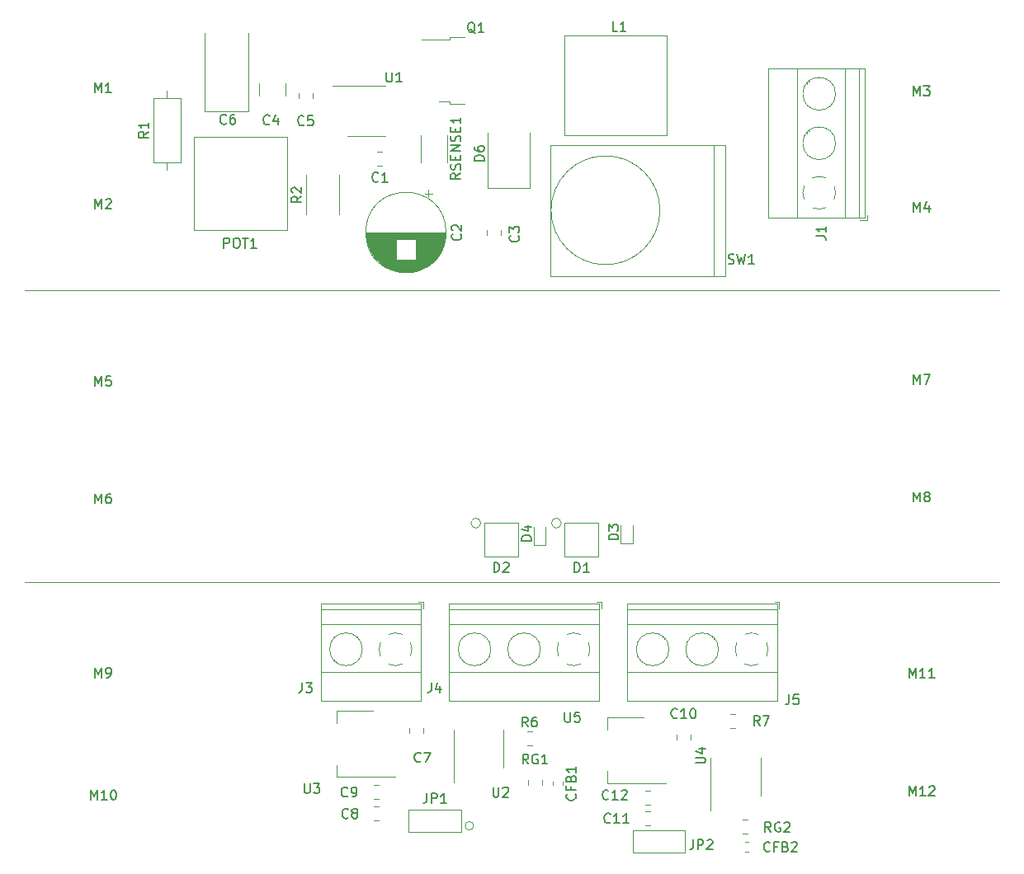
<source format=gbr>
G04 #@! TF.GenerationSoftware,KiCad,Pcbnew,(5.1.5)-3*
G04 #@! TF.CreationDate,2020-11-11T17:48:52-05:00*
G04 #@! TF.ProjectId,sensor_dmf_board,73656e73-6f72-45f6-946d-665f626f6172,rev?*
G04 #@! TF.SameCoordinates,Original*
G04 #@! TF.FileFunction,Legend,Top*
G04 #@! TF.FilePolarity,Positive*
%FSLAX46Y46*%
G04 Gerber Fmt 4.6, Leading zero omitted, Abs format (unit mm)*
G04 Created by KiCad (PCBNEW (5.1.5)-3) date 2020-11-11 17:48:52*
%MOMM*%
%LPD*%
G04 APERTURE LIST*
%ADD10C,0.120000*%
%ADD11C,0.150000*%
G04 APERTURE END LIST*
D10*
X100000000Y-90000000D02*
X200000000Y-90000000D01*
X100000000Y-120000000D02*
X200000000Y-120000000D01*
X162346660Y-145458800D02*
X167746660Y-145458800D01*
X162346660Y-147758800D02*
X162346660Y-145458800D01*
X167746660Y-147758800D02*
X162346660Y-147758800D01*
X167746660Y-145458800D02*
X167746660Y-147758800D01*
X146026724Y-145003520D02*
G75*
G03X146026724Y-145003520I-433924J0D01*
G01*
X139385060Y-143327740D02*
X144785060Y-143327740D01*
X139385060Y-145627740D02*
X139385060Y-143327740D01*
X144785060Y-145627740D02*
X139385060Y-145627740D01*
X144785060Y-143327740D02*
X144785060Y-145627740D01*
X174248879Y-146667760D02*
X173923321Y-146667760D01*
X174248879Y-147687760D02*
X173923321Y-147687760D01*
X154155680Y-140504861D02*
X154155680Y-140830419D01*
X155175680Y-140504861D02*
X155175680Y-140830419D01*
X143571820Y-70628700D02*
X142471820Y-70628700D01*
X143571820Y-70898700D02*
X143571820Y-70628700D01*
X145071820Y-70898700D02*
X143571820Y-70898700D01*
X143571820Y-64268700D02*
X140741820Y-64268700D01*
X143571820Y-63998700D02*
X143571820Y-64268700D01*
X145071820Y-63998700D02*
X143571820Y-63998700D01*
X144000540Y-137099040D02*
X144000540Y-140549040D01*
X144000540Y-137099040D02*
X144000540Y-135149040D01*
X149120540Y-137099040D02*
X149120540Y-139049040D01*
X149120540Y-137099040D02*
X149120540Y-135149040D01*
X147506800Y-79517480D02*
X147506800Y-73817480D01*
X151806800Y-79517480D02*
X151806800Y-73817480D01*
X147506800Y-79517480D02*
X151806800Y-79517480D01*
X147120000Y-117320000D02*
X147120000Y-113870000D01*
X147120000Y-117320000D02*
X150570000Y-117320000D01*
X150570000Y-113870000D02*
X150570000Y-117320000D01*
X150570000Y-113870000D02*
X147120000Y-113870000D01*
X146763980Y-113923680D02*
G75*
G03X146763980Y-113923680I-500000J0D01*
G01*
X155380000Y-117320000D02*
X155380000Y-113870000D01*
X155380000Y-117320000D02*
X158830000Y-117320000D01*
X158830000Y-113870000D02*
X158830000Y-117320000D01*
X158830000Y-113870000D02*
X155380000Y-113870000D01*
X155023980Y-113923680D02*
G75*
G03X155023980Y-113923680I-500000J0D01*
G01*
X165815560Y-74123700D02*
X165815560Y-63823700D01*
X155315560Y-74123700D02*
X165815560Y-74123700D01*
X155315560Y-63823700D02*
X155315560Y-74123700D01*
X165815560Y-63823700D02*
X155315560Y-63823700D01*
X174144678Y-144410360D02*
X173627522Y-144410360D01*
X174144678Y-145830360D02*
X173627522Y-145830360D01*
X151613800Y-140325342D02*
X151613800Y-140842498D01*
X153033800Y-140325342D02*
X153033800Y-140842498D01*
X172871898Y-133521380D02*
X172354742Y-133521380D01*
X172871898Y-134941380D02*
X172354742Y-134941380D01*
X151501582Y-136747320D02*
X152018738Y-136747320D01*
X151501582Y-135327320D02*
X152018738Y-135327320D01*
X163644842Y-142838240D02*
X164161998Y-142838240D01*
X163644842Y-141418240D02*
X164161998Y-141418240D01*
X135771122Y-142254040D02*
X136288278Y-142254040D01*
X135771122Y-140834040D02*
X136288278Y-140834040D01*
X163670242Y-144921040D02*
X164187398Y-144921040D01*
X163670242Y-143501040D02*
X164187398Y-143501040D01*
X168294120Y-136161278D02*
X168294120Y-135644122D01*
X166874120Y-136161278D02*
X166874120Y-135644122D01*
X135783822Y-144430820D02*
X136300978Y-144430820D01*
X135783822Y-143010820D02*
X136300978Y-143010820D01*
X140831640Y-135455158D02*
X140831640Y-134938002D01*
X139411640Y-135455158D02*
X139411640Y-134938002D01*
X122963340Y-71652580D02*
X122963340Y-63592580D01*
X118443340Y-71652580D02*
X122963340Y-71652580D01*
X118443340Y-63592580D02*
X118443340Y-71652580D01*
X128070540Y-69761362D02*
X128070540Y-70278518D01*
X129490540Y-69761362D02*
X129490540Y-70278518D01*
X126726780Y-70002024D02*
X126726780Y-68797896D01*
X124006780Y-70002024D02*
X124006780Y-68797896D01*
X148812320Y-84373218D02*
X148812320Y-83856062D01*
X147392320Y-84373218D02*
X147392320Y-83856062D01*
X136156962Y-77224960D02*
X136674118Y-77224960D01*
X136156962Y-75804960D02*
X136674118Y-75804960D01*
X140858520Y-121980620D02*
X140358520Y-121980620D01*
X140858520Y-122720620D02*
X140858520Y-121980620D01*
X134165520Y-125857620D02*
X134212520Y-125811620D01*
X131868520Y-128155620D02*
X131903520Y-128119620D01*
X133972520Y-125641620D02*
X134007520Y-125606620D01*
X131663520Y-127949620D02*
X131710520Y-127903620D01*
X130338520Y-132141620D02*
X130338520Y-122220620D01*
X140618520Y-132141620D02*
X140618520Y-122220620D01*
X140618520Y-122220620D02*
X130338520Y-122220620D01*
X140618520Y-132141620D02*
X130338520Y-132141620D01*
X140618520Y-129181620D02*
X130338520Y-129181620D01*
X140618520Y-124280620D02*
X130338520Y-124280620D01*
X140618520Y-122780620D02*
X130338520Y-122780620D01*
X134618520Y-126880620D02*
G75*
G03X134618520Y-126880620I-1680000J0D01*
G01*
X137989715Y-125200367D02*
G75*
G02X138702520Y-125345620I28805J-1680253D01*
G01*
X139553946Y-126197578D02*
G75*
G02X139553520Y-127564620I-1535426J-683042D01*
G01*
X138701562Y-128416046D02*
G75*
G02X137334520Y-128415620I-683042J1535426D01*
G01*
X136483094Y-127563662D02*
G75*
G02X136483520Y-126196620I1535426J683042D01*
G01*
X137335202Y-125345864D02*
G75*
G02X138018520Y-125200620I683318J-1534756D01*
G01*
X135031480Y-69022280D02*
X131581480Y-69022280D01*
X135031480Y-69022280D02*
X136981480Y-69022280D01*
X135031480Y-74142280D02*
X133081480Y-74142280D01*
X135031480Y-74142280D02*
X136981480Y-74142280D01*
X153414020Y-114285800D02*
X153414020Y-116135800D01*
X152214020Y-114285800D02*
X152214020Y-116135800D01*
X152214020Y-116135800D02*
X153414020Y-116135800D01*
X162337040Y-114165380D02*
X162337040Y-116015380D01*
X161137040Y-114165380D02*
X161137040Y-116015380D01*
X161137040Y-116015380D02*
X162337040Y-116015380D01*
X186393160Y-82840000D02*
X186393160Y-82340000D01*
X185653160Y-82840000D02*
X186393160Y-82840000D01*
X182516160Y-71067000D02*
X182562160Y-71114000D01*
X180218160Y-68770000D02*
X180254160Y-68805000D01*
X182732160Y-70874000D02*
X182767160Y-70909000D01*
X180424160Y-68565000D02*
X180470160Y-68612000D01*
X182516160Y-76147000D02*
X182562160Y-76194000D01*
X180218160Y-73850000D02*
X180254160Y-73885000D01*
X182732160Y-75954000D02*
X182767160Y-75989000D01*
X180424160Y-73645000D02*
X180470160Y-73692000D01*
X176232160Y-67240000D02*
X186153160Y-67240000D01*
X176232160Y-82600000D02*
X186153160Y-82600000D01*
X186153160Y-82600000D02*
X186153160Y-67240000D01*
X176232160Y-82600000D02*
X176232160Y-67240000D01*
X179192160Y-82600000D02*
X179192160Y-67240000D01*
X184093160Y-82600000D02*
X184093160Y-67240000D01*
X185593160Y-82600000D02*
X185593160Y-67240000D01*
X183173160Y-69840000D02*
G75*
G03X183173160Y-69840000I-1680000J0D01*
G01*
X183173160Y-74920000D02*
G75*
G03X183173160Y-74920000I-1680000J0D01*
G01*
X183173413Y-79971195D02*
G75*
G02X183028160Y-80684000I-1680253J-28805D01*
G01*
X182176202Y-81535426D02*
G75*
G02X180809160Y-81535000I-683042J1535426D01*
G01*
X179957734Y-80683042D02*
G75*
G02X179958160Y-79316000I1535426J683042D01*
G01*
X180810118Y-78464574D02*
G75*
G02X182177160Y-78465000I683042J-1535426D01*
G01*
X183027916Y-79316682D02*
G75*
G02X183173160Y-80000000I-1534756J-683318D01*
G01*
X171861080Y-75069700D02*
X171861080Y-88531700D01*
X153929080Y-75069700D02*
X171861080Y-75069700D01*
X153929080Y-75069700D02*
X153929080Y-88531700D01*
X153929080Y-88531700D02*
X171861080Y-88531700D01*
X170693080Y-75069700D02*
X170693080Y-88531700D01*
X165155880Y-81800700D02*
G75*
G03X165155880Y-81800700I-5588000J0D01*
G01*
X177401500Y-121980620D02*
X176901500Y-121980620D01*
X177401500Y-122720620D02*
X177401500Y-121980620D01*
X165628500Y-125857620D02*
X165675500Y-125811620D01*
X163331500Y-128155620D02*
X163366500Y-128119620D01*
X165435500Y-125641620D02*
X165470500Y-125606620D01*
X163126500Y-127949620D02*
X163173500Y-127903620D01*
X170708500Y-125857620D02*
X170755500Y-125811620D01*
X168411500Y-128155620D02*
X168446500Y-128119620D01*
X170515500Y-125641620D02*
X170550500Y-125606620D01*
X168206500Y-127949620D02*
X168253500Y-127903620D01*
X161801500Y-132141620D02*
X161801500Y-122220620D01*
X177161500Y-132141620D02*
X177161500Y-122220620D01*
X177161500Y-122220620D02*
X161801500Y-122220620D01*
X177161500Y-132141620D02*
X161801500Y-132141620D01*
X177161500Y-129181620D02*
X161801500Y-129181620D01*
X177161500Y-124280620D02*
X161801500Y-124280620D01*
X177161500Y-122780620D02*
X161801500Y-122780620D01*
X166081500Y-126880620D02*
G75*
G03X166081500Y-126880620I-1680000J0D01*
G01*
X171161500Y-126880620D02*
G75*
G03X171161500Y-126880620I-1680000J0D01*
G01*
X174532695Y-125200367D02*
G75*
G02X175245500Y-125345620I28805J-1680253D01*
G01*
X176096926Y-126197578D02*
G75*
G02X176096500Y-127564620I-1535426J-683042D01*
G01*
X175244542Y-128416046D02*
G75*
G02X173877500Y-128415620I-683042J1535426D01*
G01*
X173026074Y-127563662D02*
G75*
G02X173026500Y-126196620I1535426J683042D01*
G01*
X173878182Y-125345864D02*
G75*
G02X174561500Y-125200620I683318J-1534756D01*
G01*
X159130010Y-121980620D02*
X158630010Y-121980620D01*
X159130010Y-122720620D02*
X159130010Y-121980620D01*
X147357010Y-125857620D02*
X147404010Y-125811620D01*
X145060010Y-128155620D02*
X145095010Y-128119620D01*
X147164010Y-125641620D02*
X147199010Y-125606620D01*
X144855010Y-127949620D02*
X144902010Y-127903620D01*
X152437010Y-125857620D02*
X152484010Y-125811620D01*
X150140010Y-128155620D02*
X150175010Y-128119620D01*
X152244010Y-125641620D02*
X152279010Y-125606620D01*
X149935010Y-127949620D02*
X149982010Y-127903620D01*
X143530010Y-132141620D02*
X143530010Y-122220620D01*
X158890010Y-132141620D02*
X158890010Y-122220620D01*
X158890010Y-122220620D02*
X143530010Y-122220620D01*
X158890010Y-132141620D02*
X143530010Y-132141620D01*
X158890010Y-129181620D02*
X143530010Y-129181620D01*
X158890010Y-124280620D02*
X143530010Y-124280620D01*
X158890010Y-122780620D02*
X143530010Y-122780620D01*
X147810010Y-126880620D02*
G75*
G03X147810010Y-126880620I-1680000J0D01*
G01*
X152890010Y-126880620D02*
G75*
G03X152890010Y-126880620I-1680000J0D01*
G01*
X156261205Y-125200367D02*
G75*
G02X156974010Y-125345620I28805J-1680253D01*
G01*
X157825436Y-126197578D02*
G75*
G02X157825010Y-127564620I-1535426J-683042D01*
G01*
X156973052Y-128416046D02*
G75*
G02X155606010Y-128415620I-683042J1535426D01*
G01*
X154754584Y-127563662D02*
G75*
G02X154755010Y-126196620I1535426J683042D01*
G01*
X155606692Y-125345864D02*
G75*
G02X156290010Y-125200620I683318J-1534756D01*
G01*
X165740520Y-140669060D02*
X159730520Y-140669060D01*
X163490520Y-133849060D02*
X159730520Y-133849060D01*
X159730520Y-140669060D02*
X159730520Y-139409060D01*
X159730520Y-133849060D02*
X159730520Y-135109060D01*
X170347960Y-139994640D02*
X170347960Y-143444640D01*
X170347960Y-139994640D02*
X170347960Y-138044640D01*
X175467960Y-139994640D02*
X175467960Y-141944640D01*
X175467960Y-139994640D02*
X175467960Y-138044640D01*
X137967760Y-140007420D02*
X131957760Y-140007420D01*
X135717760Y-133187420D02*
X131957760Y-133187420D01*
X131957760Y-140007420D02*
X131957760Y-138747420D01*
X131957760Y-133187420D02*
X131957760Y-134447420D01*
X140598060Y-74054156D02*
X140598060Y-76858284D01*
X143318060Y-74054156D02*
X143318060Y-76858284D01*
X132238060Y-82262044D02*
X132238060Y-78157916D01*
X128818060Y-82262044D02*
X128818060Y-78157916D01*
X114571780Y-69538720D02*
X114571780Y-70308720D01*
X114571780Y-77618720D02*
X114571780Y-76848720D01*
X113201780Y-70308720D02*
X113201780Y-76848720D01*
X115941780Y-70308720D02*
X113201780Y-70308720D01*
X115941780Y-76848720D02*
X115941780Y-70308720D01*
X113201780Y-76848720D02*
X115941780Y-76848720D01*
X126893040Y-74274960D02*
X117333040Y-74274960D01*
X126893040Y-83834960D02*
X126893040Y-74274960D01*
X117333040Y-83834960D02*
X126893040Y-83834960D01*
X117333040Y-74274960D02*
X117333040Y-83834960D01*
X141802860Y-80069322D02*
X141002860Y-80069322D01*
X141402860Y-79669322D02*
X141402860Y-80469322D01*
X139620860Y-88160020D02*
X138554860Y-88160020D01*
X139855860Y-88120020D02*
X138319860Y-88120020D01*
X140035860Y-88080020D02*
X138139860Y-88080020D01*
X140185860Y-88040020D02*
X137989860Y-88040020D01*
X140316860Y-88000020D02*
X137858860Y-88000020D01*
X140433860Y-87960020D02*
X137741860Y-87960020D01*
X140540860Y-87920020D02*
X137634860Y-87920020D01*
X140639860Y-87880020D02*
X137535860Y-87880020D01*
X140732860Y-87840020D02*
X137442860Y-87840020D01*
X140818860Y-87800020D02*
X137356860Y-87800020D01*
X140900860Y-87760020D02*
X137274860Y-87760020D01*
X140977860Y-87720020D02*
X137197860Y-87720020D01*
X141051860Y-87680020D02*
X137123860Y-87680020D01*
X141121860Y-87640020D02*
X137053860Y-87640020D01*
X141189860Y-87600020D02*
X136985860Y-87600020D01*
X141253860Y-87560020D02*
X136921860Y-87560020D01*
X141315860Y-87520020D02*
X136859860Y-87520020D01*
X141374860Y-87480020D02*
X136800860Y-87480020D01*
X141432860Y-87440020D02*
X136742860Y-87440020D01*
X141487860Y-87400020D02*
X136687860Y-87400020D01*
X141541860Y-87360020D02*
X136633860Y-87360020D01*
X141592860Y-87320020D02*
X136582860Y-87320020D01*
X141643860Y-87280020D02*
X136531860Y-87280020D01*
X141691860Y-87240020D02*
X136483860Y-87240020D01*
X141738860Y-87200020D02*
X136436860Y-87200020D01*
X141784860Y-87160020D02*
X136390860Y-87160020D01*
X141828860Y-87120020D02*
X136346860Y-87120020D01*
X141871860Y-87080020D02*
X136303860Y-87080020D01*
X141913860Y-87040020D02*
X136261860Y-87040020D01*
X141954860Y-87000020D02*
X136220860Y-87000020D01*
X141994860Y-86960020D02*
X136180860Y-86960020D01*
X142032860Y-86920020D02*
X136142860Y-86920020D01*
X142070860Y-86880020D02*
X136104860Y-86880020D01*
X138047860Y-86840020D02*
X136068860Y-86840020D01*
X142106860Y-86840020D02*
X140127860Y-86840020D01*
X138047860Y-86800020D02*
X136032860Y-86800020D01*
X142142860Y-86800020D02*
X140127860Y-86800020D01*
X138047860Y-86760020D02*
X135997860Y-86760020D01*
X142177860Y-86760020D02*
X140127860Y-86760020D01*
X138047860Y-86720020D02*
X135963860Y-86720020D01*
X142211860Y-86720020D02*
X140127860Y-86720020D01*
X138047860Y-86680020D02*
X135931860Y-86680020D01*
X142243860Y-86680020D02*
X140127860Y-86680020D01*
X138047860Y-86640020D02*
X135898860Y-86640020D01*
X142276860Y-86640020D02*
X140127860Y-86640020D01*
X138047860Y-86600020D02*
X135867860Y-86600020D01*
X142307860Y-86600020D02*
X140127860Y-86600020D01*
X138047860Y-86560020D02*
X135837860Y-86560020D01*
X142337860Y-86560020D02*
X140127860Y-86560020D01*
X138047860Y-86520020D02*
X135807860Y-86520020D01*
X142367860Y-86520020D02*
X140127860Y-86520020D01*
X138047860Y-86480020D02*
X135778860Y-86480020D01*
X142396860Y-86480020D02*
X140127860Y-86480020D01*
X138047860Y-86440020D02*
X135749860Y-86440020D01*
X142425860Y-86440020D02*
X140127860Y-86440020D01*
X138047860Y-86400020D02*
X135722860Y-86400020D01*
X142452860Y-86400020D02*
X140127860Y-86400020D01*
X138047860Y-86360020D02*
X135695860Y-86360020D01*
X142479860Y-86360020D02*
X140127860Y-86360020D01*
X138047860Y-86320020D02*
X135669860Y-86320020D01*
X142505860Y-86320020D02*
X140127860Y-86320020D01*
X138047860Y-86280020D02*
X135643860Y-86280020D01*
X142531860Y-86280020D02*
X140127860Y-86280020D01*
X138047860Y-86240020D02*
X135618860Y-86240020D01*
X142556860Y-86240020D02*
X140127860Y-86240020D01*
X138047860Y-86200020D02*
X135594860Y-86200020D01*
X142580860Y-86200020D02*
X140127860Y-86200020D01*
X138047860Y-86160020D02*
X135570860Y-86160020D01*
X142604860Y-86160020D02*
X140127860Y-86160020D01*
X138047860Y-86120020D02*
X135547860Y-86120020D01*
X142627860Y-86120020D02*
X140127860Y-86120020D01*
X138047860Y-86080020D02*
X135525860Y-86080020D01*
X142649860Y-86080020D02*
X140127860Y-86080020D01*
X138047860Y-86040020D02*
X135503860Y-86040020D01*
X142671860Y-86040020D02*
X140127860Y-86040020D01*
X138047860Y-86000020D02*
X135481860Y-86000020D01*
X142693860Y-86000020D02*
X140127860Y-86000020D01*
X138047860Y-85960020D02*
X135460860Y-85960020D01*
X142714860Y-85960020D02*
X140127860Y-85960020D01*
X138047860Y-85920020D02*
X135440860Y-85920020D01*
X142734860Y-85920020D02*
X140127860Y-85920020D01*
X138047860Y-85880020D02*
X135421860Y-85880020D01*
X142753860Y-85880020D02*
X140127860Y-85880020D01*
X138047860Y-85840020D02*
X135401860Y-85840020D01*
X142773860Y-85840020D02*
X140127860Y-85840020D01*
X138047860Y-85800020D02*
X135383860Y-85800020D01*
X142791860Y-85800020D02*
X140127860Y-85800020D01*
X138047860Y-85760020D02*
X135365860Y-85760020D01*
X142809860Y-85760020D02*
X140127860Y-85760020D01*
X138047860Y-85720020D02*
X135347860Y-85720020D01*
X142827860Y-85720020D02*
X140127860Y-85720020D01*
X138047860Y-85680020D02*
X135330860Y-85680020D01*
X142844860Y-85680020D02*
X140127860Y-85680020D01*
X138047860Y-85640020D02*
X135313860Y-85640020D01*
X142861860Y-85640020D02*
X140127860Y-85640020D01*
X138047860Y-85600020D02*
X135297860Y-85600020D01*
X142877860Y-85600020D02*
X140127860Y-85600020D01*
X138047860Y-85560020D02*
X135282860Y-85560020D01*
X142892860Y-85560020D02*
X140127860Y-85560020D01*
X138047860Y-85520020D02*
X135266860Y-85520020D01*
X142908860Y-85520020D02*
X140127860Y-85520020D01*
X138047860Y-85480020D02*
X135252860Y-85480020D01*
X142922860Y-85480020D02*
X140127860Y-85480020D01*
X138047860Y-85440020D02*
X135237860Y-85440020D01*
X142937860Y-85440020D02*
X140127860Y-85440020D01*
X138047860Y-85400020D02*
X135224860Y-85400020D01*
X142950860Y-85400020D02*
X140127860Y-85400020D01*
X138047860Y-85360020D02*
X135210860Y-85360020D01*
X142964860Y-85360020D02*
X140127860Y-85360020D01*
X138047860Y-85320020D02*
X135198860Y-85320020D01*
X142976860Y-85320020D02*
X140127860Y-85320020D01*
X138047860Y-85280020D02*
X135185860Y-85280020D01*
X142989860Y-85280020D02*
X140127860Y-85280020D01*
X138047860Y-85240020D02*
X135173860Y-85240020D01*
X143001860Y-85240020D02*
X140127860Y-85240020D01*
X138047860Y-85200020D02*
X135162860Y-85200020D01*
X143012860Y-85200020D02*
X140127860Y-85200020D01*
X138047860Y-85160020D02*
X135151860Y-85160020D01*
X143023860Y-85160020D02*
X140127860Y-85160020D01*
X138047860Y-85120020D02*
X135140860Y-85120020D01*
X143034860Y-85120020D02*
X140127860Y-85120020D01*
X138047860Y-85080020D02*
X135130860Y-85080020D01*
X143044860Y-85080020D02*
X140127860Y-85080020D01*
X138047860Y-85040020D02*
X135120860Y-85040020D01*
X143054860Y-85040020D02*
X140127860Y-85040020D01*
X138047860Y-85000020D02*
X135111860Y-85000020D01*
X143063860Y-85000020D02*
X140127860Y-85000020D01*
X138047860Y-84960020D02*
X135102860Y-84960020D01*
X143072860Y-84960020D02*
X140127860Y-84960020D01*
X138047860Y-84920020D02*
X135093860Y-84920020D01*
X143081860Y-84920020D02*
X140127860Y-84920020D01*
X138047860Y-84880020D02*
X135085860Y-84880020D01*
X143089860Y-84880020D02*
X140127860Y-84880020D01*
X138047860Y-84840020D02*
X135077860Y-84840020D01*
X143097860Y-84840020D02*
X140127860Y-84840020D01*
X138047860Y-84800020D02*
X135070860Y-84800020D01*
X143104860Y-84800020D02*
X140127860Y-84800020D01*
X143111860Y-84759020D02*
X135063860Y-84759020D01*
X143117860Y-84719020D02*
X135057860Y-84719020D01*
X143124860Y-84679020D02*
X135050860Y-84679020D01*
X143129860Y-84639020D02*
X135045860Y-84639020D01*
X143135860Y-84599020D02*
X135039860Y-84599020D01*
X143139860Y-84559020D02*
X135035860Y-84559020D01*
X143144860Y-84519020D02*
X135030860Y-84519020D01*
X143148860Y-84479020D02*
X135026860Y-84479020D01*
X143152860Y-84439020D02*
X135022860Y-84439020D01*
X143155860Y-84399020D02*
X135019860Y-84399020D01*
X143158860Y-84359020D02*
X135016860Y-84359020D01*
X143161860Y-84319020D02*
X135013860Y-84319020D01*
X143163860Y-84279020D02*
X135011860Y-84279020D01*
X143164860Y-84239020D02*
X135010860Y-84239020D01*
X143166860Y-84199020D02*
X135008860Y-84199020D01*
X143167860Y-84159020D02*
X135007860Y-84159020D01*
X143167860Y-84119020D02*
X135007860Y-84119020D01*
X143167860Y-84079020D02*
X135007860Y-84079020D01*
X143207860Y-84079020D02*
G75*
G03X143207860Y-84079020I-4120000J0D01*
G01*
D11*
X168564346Y-146432020D02*
X168564346Y-147146306D01*
X168516727Y-147289163D01*
X168421489Y-147384401D01*
X168278632Y-147432020D01*
X168183394Y-147432020D01*
X169040537Y-147432020D02*
X169040537Y-146432020D01*
X169421489Y-146432020D01*
X169516727Y-146479640D01*
X169564346Y-146527259D01*
X169611965Y-146622497D01*
X169611965Y-146765354D01*
X169564346Y-146860592D01*
X169516727Y-146908211D01*
X169421489Y-146955830D01*
X169040537Y-146955830D01*
X169992918Y-146527259D02*
X170040537Y-146479640D01*
X170135775Y-146432020D01*
X170373870Y-146432020D01*
X170469108Y-146479640D01*
X170516727Y-146527259D01*
X170564346Y-146622497D01*
X170564346Y-146717735D01*
X170516727Y-146860592D01*
X169945299Y-147432020D01*
X170564346Y-147432020D01*
X141233946Y-141672060D02*
X141233946Y-142386346D01*
X141186327Y-142529203D01*
X141091089Y-142624441D01*
X140948232Y-142672060D01*
X140852994Y-142672060D01*
X141710137Y-142672060D02*
X141710137Y-141672060D01*
X142091089Y-141672060D01*
X142186327Y-141719680D01*
X142233946Y-141767299D01*
X142281565Y-141862537D01*
X142281565Y-142005394D01*
X142233946Y-142100632D01*
X142186327Y-142148251D01*
X142091089Y-142195870D01*
X141710137Y-142195870D01*
X143233946Y-142672060D02*
X142662518Y-142672060D01*
X142948232Y-142672060D02*
X142948232Y-141672060D01*
X142852994Y-141814918D01*
X142757756Y-141910156D01*
X142662518Y-141957775D01*
X176417221Y-147560302D02*
X176369602Y-147607921D01*
X176226745Y-147655540D01*
X176131507Y-147655540D01*
X175988650Y-147607921D01*
X175893412Y-147512683D01*
X175845793Y-147417445D01*
X175798174Y-147226969D01*
X175798174Y-147084112D01*
X175845793Y-146893636D01*
X175893412Y-146798398D01*
X175988650Y-146703160D01*
X176131507Y-146655540D01*
X176226745Y-146655540D01*
X176369602Y-146703160D01*
X176417221Y-146750779D01*
X177179126Y-147131731D02*
X176845793Y-147131731D01*
X176845793Y-147655540D02*
X176845793Y-146655540D01*
X177321983Y-146655540D01*
X178036269Y-147131731D02*
X178179126Y-147179350D01*
X178226745Y-147226969D01*
X178274364Y-147322207D01*
X178274364Y-147465064D01*
X178226745Y-147560302D01*
X178179126Y-147607921D01*
X178083888Y-147655540D01*
X177702936Y-147655540D01*
X177702936Y-146655540D01*
X178036269Y-146655540D01*
X178131507Y-146703160D01*
X178179126Y-146750779D01*
X178226745Y-146846017D01*
X178226745Y-146941255D01*
X178179126Y-147036493D01*
X178131507Y-147084112D01*
X178036269Y-147131731D01*
X177702936Y-147131731D01*
X178655317Y-146750779D02*
X178702936Y-146703160D01*
X178798174Y-146655540D01*
X179036269Y-146655540D01*
X179131507Y-146703160D01*
X179179126Y-146750779D01*
X179226745Y-146846017D01*
X179226745Y-146941255D01*
X179179126Y-147084112D01*
X178607698Y-147655540D01*
X179226745Y-147655540D01*
X156452822Y-141762878D02*
X156500441Y-141810497D01*
X156548060Y-141953354D01*
X156548060Y-142048592D01*
X156500441Y-142191449D01*
X156405203Y-142286687D01*
X156309965Y-142334306D01*
X156119489Y-142381925D01*
X155976632Y-142381925D01*
X155786156Y-142334306D01*
X155690918Y-142286687D01*
X155595680Y-142191449D01*
X155548060Y-142048592D01*
X155548060Y-141953354D01*
X155595680Y-141810497D01*
X155643299Y-141762878D01*
X156024251Y-141000973D02*
X156024251Y-141334306D01*
X156548060Y-141334306D02*
X155548060Y-141334306D01*
X155548060Y-140858116D01*
X156024251Y-140143830D02*
X156071870Y-140000973D01*
X156119489Y-139953354D01*
X156214727Y-139905735D01*
X156357584Y-139905735D01*
X156452822Y-139953354D01*
X156500441Y-140000973D01*
X156548060Y-140096211D01*
X156548060Y-140477163D01*
X155548060Y-140477163D01*
X155548060Y-140143830D01*
X155595680Y-140048592D01*
X155643299Y-140000973D01*
X155738537Y-139953354D01*
X155833775Y-139953354D01*
X155929013Y-140000973D01*
X155976632Y-140048592D01*
X156024251Y-140143830D01*
X156024251Y-140477163D01*
X156548060Y-138953354D02*
X156548060Y-139524782D01*
X156548060Y-139239068D02*
X155548060Y-139239068D01*
X155690918Y-139334306D01*
X155786156Y-139429544D01*
X155833775Y-139524782D01*
X146173461Y-63621439D02*
X146078223Y-63573820D01*
X145982985Y-63478581D01*
X145840128Y-63335724D01*
X145744890Y-63288105D01*
X145649652Y-63288105D01*
X145697271Y-63526200D02*
X145602033Y-63478581D01*
X145506795Y-63383343D01*
X145459176Y-63192867D01*
X145459176Y-62859534D01*
X145506795Y-62669058D01*
X145602033Y-62573820D01*
X145697271Y-62526200D01*
X145887747Y-62526200D01*
X145982985Y-62573820D01*
X146078223Y-62669058D01*
X146125842Y-62859534D01*
X146125842Y-63192867D01*
X146078223Y-63383343D01*
X145982985Y-63478581D01*
X145887747Y-63526200D01*
X145697271Y-63526200D01*
X147078223Y-63526200D02*
X146506795Y-63526200D01*
X146792509Y-63526200D02*
X146792509Y-62526200D01*
X146697271Y-62669058D01*
X146602033Y-62764296D01*
X146506795Y-62811915D01*
X148036375Y-141044680D02*
X148036375Y-141854204D01*
X148083994Y-141949442D01*
X148131613Y-141997061D01*
X148226851Y-142044680D01*
X148417327Y-142044680D01*
X148512565Y-141997061D01*
X148560184Y-141949442D01*
X148607803Y-141854204D01*
X148607803Y-141044680D01*
X149036375Y-141139919D02*
X149083994Y-141092300D01*
X149179232Y-141044680D01*
X149417327Y-141044680D01*
X149512565Y-141092300D01*
X149560184Y-141139919D01*
X149607803Y-141235157D01*
X149607803Y-141330395D01*
X149560184Y-141473252D01*
X148988756Y-142044680D01*
X149607803Y-142044680D01*
X106745565Y-142324080D02*
X106745565Y-141324080D01*
X107078899Y-142038366D01*
X107412232Y-141324080D01*
X107412232Y-142324080D01*
X108412232Y-142324080D02*
X107840803Y-142324080D01*
X108126518Y-142324080D02*
X108126518Y-141324080D01*
X108031280Y-141466938D01*
X107936041Y-141562176D01*
X107840803Y-141609795D01*
X109031280Y-141324080D02*
X109126518Y-141324080D01*
X109221756Y-141371700D01*
X109269375Y-141419319D01*
X109316994Y-141514557D01*
X109364613Y-141705033D01*
X109364613Y-141943128D01*
X109316994Y-142133604D01*
X109269375Y-142228842D01*
X109221756Y-142276461D01*
X109126518Y-142324080D01*
X109031280Y-142324080D01*
X108936041Y-142276461D01*
X108888422Y-142228842D01*
X108840803Y-142133604D01*
X108793184Y-141943128D01*
X108793184Y-141705033D01*
X108840803Y-141514557D01*
X108888422Y-141419319D01*
X108936041Y-141371700D01*
X109031280Y-141324080D01*
X107173496Y-129771400D02*
X107173496Y-128771400D01*
X107506829Y-129485686D01*
X107840162Y-128771400D01*
X107840162Y-129771400D01*
X108363972Y-129771400D02*
X108554448Y-129771400D01*
X108649686Y-129723781D01*
X108697305Y-129676162D01*
X108792543Y-129533305D01*
X108840162Y-129342829D01*
X108840162Y-128961877D01*
X108792543Y-128866639D01*
X108744924Y-128819020D01*
X108649686Y-128771400D01*
X108459210Y-128771400D01*
X108363972Y-128819020D01*
X108316353Y-128866639D01*
X108268734Y-128961877D01*
X108268734Y-129199972D01*
X108316353Y-129295210D01*
X108363972Y-129342829D01*
X108459210Y-129390448D01*
X108649686Y-129390448D01*
X108744924Y-129342829D01*
X108792543Y-129295210D01*
X108840162Y-129199972D01*
X190707805Y-129817120D02*
X190707805Y-128817120D01*
X191041139Y-129531406D01*
X191374472Y-128817120D01*
X191374472Y-129817120D01*
X192374472Y-129817120D02*
X191803043Y-129817120D01*
X192088758Y-129817120D02*
X192088758Y-128817120D01*
X191993520Y-128959978D01*
X191898281Y-129055216D01*
X191803043Y-129102835D01*
X193326853Y-129817120D02*
X192755424Y-129817120D01*
X193041139Y-129817120D02*
X193041139Y-128817120D01*
X192945900Y-128959978D01*
X192850662Y-129055216D01*
X192755424Y-129102835D01*
X190725585Y-141930380D02*
X190725585Y-140930380D01*
X191058919Y-141644666D01*
X191392252Y-140930380D01*
X191392252Y-141930380D01*
X192392252Y-141930380D02*
X191820823Y-141930380D01*
X192106538Y-141930380D02*
X192106538Y-140930380D01*
X192011300Y-141073238D01*
X191916061Y-141168476D01*
X191820823Y-141216095D01*
X192773204Y-141025619D02*
X192820823Y-140978000D01*
X192916061Y-140930380D01*
X193154157Y-140930380D01*
X193249395Y-140978000D01*
X193297014Y-141025619D01*
X193344633Y-141120857D01*
X193344633Y-141216095D01*
X193297014Y-141358952D01*
X192725585Y-141930380D01*
X193344633Y-141930380D01*
X191194156Y-81955900D02*
X191194156Y-80955900D01*
X191527489Y-81670186D01*
X191860822Y-80955900D01*
X191860822Y-81955900D01*
X192765584Y-81289234D02*
X192765584Y-81955900D01*
X192527489Y-80908281D02*
X192289394Y-81622567D01*
X192908441Y-81622567D01*
X107176036Y-69710560D02*
X107176036Y-68710560D01*
X107509369Y-69424846D01*
X107842702Y-68710560D01*
X107842702Y-69710560D01*
X108842702Y-69710560D02*
X108271274Y-69710560D01*
X108556988Y-69710560D02*
X108556988Y-68710560D01*
X108461750Y-68853418D01*
X108366512Y-68948656D01*
X108271274Y-68996275D01*
X191166216Y-70043300D02*
X191166216Y-69043300D01*
X191499549Y-69757586D01*
X191832882Y-69043300D01*
X191832882Y-70043300D01*
X192213835Y-69043300D02*
X192832882Y-69043300D01*
X192499549Y-69424253D01*
X192642406Y-69424253D01*
X192737644Y-69471872D01*
X192785263Y-69519491D01*
X192832882Y-69614729D01*
X192832882Y-69852824D01*
X192785263Y-69948062D01*
X192737644Y-69995681D01*
X192642406Y-70043300D01*
X192356692Y-70043300D01*
X192261454Y-69995681D01*
X192213835Y-69948062D01*
X107196356Y-81643480D02*
X107196356Y-80643480D01*
X107529689Y-81357766D01*
X107863022Y-80643480D01*
X107863022Y-81643480D01*
X108291594Y-80738719D02*
X108339213Y-80691100D01*
X108434451Y-80643480D01*
X108672546Y-80643480D01*
X108767784Y-80691100D01*
X108815403Y-80738719D01*
X108863022Y-80833957D01*
X108863022Y-80929195D01*
X108815403Y-81072052D01*
X108243975Y-81643480D01*
X108863022Y-81643480D01*
X147109180Y-76705575D02*
X146109180Y-76705575D01*
X146109180Y-76467480D01*
X146156800Y-76324622D01*
X146252038Y-76229384D01*
X146347276Y-76181765D01*
X146537752Y-76134146D01*
X146680609Y-76134146D01*
X146871085Y-76181765D01*
X146966323Y-76229384D01*
X147061561Y-76324622D01*
X147109180Y-76467480D01*
X147109180Y-76705575D01*
X146109180Y-75277003D02*
X146109180Y-75467480D01*
X146156800Y-75562718D01*
X146204419Y-75610337D01*
X146347276Y-75705575D01*
X146537752Y-75753194D01*
X146918704Y-75753194D01*
X147013942Y-75705575D01*
X147061561Y-75657956D01*
X147109180Y-75562718D01*
X147109180Y-75372241D01*
X147061561Y-75277003D01*
X147013942Y-75229384D01*
X146918704Y-75181765D01*
X146680609Y-75181765D01*
X146585371Y-75229384D01*
X146537752Y-75277003D01*
X146490133Y-75372241D01*
X146490133Y-75562718D01*
X146537752Y-75657956D01*
X146585371Y-75705575D01*
X146680609Y-75753194D01*
X191183996Y-111724700D02*
X191183996Y-110724700D01*
X191517329Y-111438986D01*
X191850662Y-110724700D01*
X191850662Y-111724700D01*
X192469710Y-111153272D02*
X192374472Y-111105653D01*
X192326853Y-111058034D01*
X192279234Y-110962796D01*
X192279234Y-110915177D01*
X192326853Y-110819939D01*
X192374472Y-110772320D01*
X192469710Y-110724700D01*
X192660186Y-110724700D01*
X192755424Y-110772320D01*
X192803043Y-110819939D01*
X192850662Y-110915177D01*
X192850662Y-110962796D01*
X192803043Y-111058034D01*
X192755424Y-111105653D01*
X192660186Y-111153272D01*
X192469710Y-111153272D01*
X192374472Y-111200891D01*
X192326853Y-111248510D01*
X192279234Y-111343748D01*
X192279234Y-111534224D01*
X192326853Y-111629462D01*
X192374472Y-111677081D01*
X192469710Y-111724700D01*
X192660186Y-111724700D01*
X192755424Y-111677081D01*
X192803043Y-111629462D01*
X192850662Y-111534224D01*
X192850662Y-111343748D01*
X192803043Y-111248510D01*
X192755424Y-111200891D01*
X192660186Y-111153272D01*
X191181456Y-99644460D02*
X191181456Y-98644460D01*
X191514789Y-99358746D01*
X191848122Y-98644460D01*
X191848122Y-99644460D01*
X192229075Y-98644460D02*
X192895741Y-98644460D01*
X192467170Y-99644460D01*
X107203976Y-111892340D02*
X107203976Y-110892340D01*
X107537309Y-111606626D01*
X107870642Y-110892340D01*
X107870642Y-111892340D01*
X108775404Y-110892340D02*
X108584928Y-110892340D01*
X108489690Y-110939960D01*
X108442071Y-110987579D01*
X108346833Y-111130436D01*
X108299214Y-111320912D01*
X108299214Y-111701864D01*
X108346833Y-111797102D01*
X108394452Y-111844721D01*
X108489690Y-111892340D01*
X108680166Y-111892340D01*
X108775404Y-111844721D01*
X108823023Y-111797102D01*
X108870642Y-111701864D01*
X108870642Y-111463769D01*
X108823023Y-111368531D01*
X108775404Y-111320912D01*
X108680166Y-111273293D01*
X108489690Y-111273293D01*
X108394452Y-111320912D01*
X108346833Y-111368531D01*
X108299214Y-111463769D01*
X107196356Y-99824040D02*
X107196356Y-98824040D01*
X107529689Y-99538326D01*
X107863022Y-98824040D01*
X107863022Y-99824040D01*
X108815403Y-98824040D02*
X108339213Y-98824040D01*
X108291594Y-99300231D01*
X108339213Y-99252612D01*
X108434451Y-99204993D01*
X108672546Y-99204993D01*
X108767784Y-99252612D01*
X108815403Y-99300231D01*
X108863022Y-99395469D01*
X108863022Y-99633564D01*
X108815403Y-99728802D01*
X108767784Y-99776421D01*
X108672546Y-99824040D01*
X108434451Y-99824040D01*
X108339213Y-99776421D01*
X108291594Y-99728802D01*
X148122144Y-118965840D02*
X148122144Y-117965840D01*
X148360240Y-117965840D01*
X148503097Y-118013460D01*
X148598335Y-118108698D01*
X148645954Y-118203936D01*
X148693573Y-118394412D01*
X148693573Y-118537269D01*
X148645954Y-118727745D01*
X148598335Y-118822983D01*
X148503097Y-118918221D01*
X148360240Y-118965840D01*
X148122144Y-118965840D01*
X149074525Y-118061079D02*
X149122144Y-118013460D01*
X149217382Y-117965840D01*
X149455478Y-117965840D01*
X149550716Y-118013460D01*
X149598335Y-118061079D01*
X149645954Y-118156317D01*
X149645954Y-118251555D01*
X149598335Y-118394412D01*
X149026906Y-118965840D01*
X149645954Y-118965840D01*
X156382144Y-118965840D02*
X156382144Y-117965840D01*
X156620240Y-117965840D01*
X156763097Y-118013460D01*
X156858335Y-118108698D01*
X156905954Y-118203936D01*
X156953573Y-118394412D01*
X156953573Y-118537269D01*
X156905954Y-118727745D01*
X156858335Y-118822983D01*
X156763097Y-118918221D01*
X156620240Y-118965840D01*
X156382144Y-118965840D01*
X157905954Y-118965840D02*
X157334525Y-118965840D01*
X157620240Y-118965840D02*
X157620240Y-117965840D01*
X157525001Y-118108698D01*
X157429763Y-118203936D01*
X157334525Y-118251555D01*
X160782973Y-63411360D02*
X160306782Y-63411360D01*
X160306782Y-62411360D01*
X161640116Y-63411360D02*
X161068687Y-63411360D01*
X161354401Y-63411360D02*
X161354401Y-62411360D01*
X161259163Y-62554218D01*
X161163925Y-62649456D01*
X161068687Y-62697075D01*
X176521193Y-145623540D02*
X176187860Y-145147350D01*
X175949764Y-145623540D02*
X175949764Y-144623540D01*
X176330717Y-144623540D01*
X176425955Y-144671160D01*
X176473574Y-144718779D01*
X176521193Y-144814017D01*
X176521193Y-144956874D01*
X176473574Y-145052112D01*
X176425955Y-145099731D01*
X176330717Y-145147350D01*
X175949764Y-145147350D01*
X177473574Y-144671160D02*
X177378336Y-144623540D01*
X177235479Y-144623540D01*
X177092621Y-144671160D01*
X176997383Y-144766398D01*
X176949764Y-144861636D01*
X176902145Y-145052112D01*
X176902145Y-145194969D01*
X176949764Y-145385445D01*
X176997383Y-145480683D01*
X177092621Y-145575921D01*
X177235479Y-145623540D01*
X177330717Y-145623540D01*
X177473574Y-145575921D01*
X177521193Y-145528302D01*
X177521193Y-145194969D01*
X177330717Y-145194969D01*
X177902145Y-144718779D02*
X177949764Y-144671160D01*
X178045002Y-144623540D01*
X178283098Y-144623540D01*
X178378336Y-144671160D01*
X178425955Y-144718779D01*
X178473574Y-144814017D01*
X178473574Y-144909255D01*
X178425955Y-145052112D01*
X177854526Y-145623540D01*
X178473574Y-145623540D01*
X151649513Y-138651480D02*
X151316180Y-138175290D01*
X151078084Y-138651480D02*
X151078084Y-137651480D01*
X151459037Y-137651480D01*
X151554275Y-137699100D01*
X151601894Y-137746719D01*
X151649513Y-137841957D01*
X151649513Y-137984814D01*
X151601894Y-138080052D01*
X151554275Y-138127671D01*
X151459037Y-138175290D01*
X151078084Y-138175290D01*
X152601894Y-137699100D02*
X152506656Y-137651480D01*
X152363799Y-137651480D01*
X152220941Y-137699100D01*
X152125703Y-137794338D01*
X152078084Y-137889576D01*
X152030465Y-138080052D01*
X152030465Y-138222909D01*
X152078084Y-138413385D01*
X152125703Y-138508623D01*
X152220941Y-138603861D01*
X152363799Y-138651480D01*
X152459037Y-138651480D01*
X152601894Y-138603861D01*
X152649513Y-138556242D01*
X152649513Y-138222909D01*
X152459037Y-138222909D01*
X153601894Y-138651480D02*
X153030465Y-138651480D01*
X153316180Y-138651480D02*
X153316180Y-137651480D01*
X153220941Y-137794338D01*
X153125703Y-137889576D01*
X153030465Y-137937195D01*
X175382893Y-134716780D02*
X175049560Y-134240590D01*
X174811464Y-134716780D02*
X174811464Y-133716780D01*
X175192417Y-133716780D01*
X175287655Y-133764400D01*
X175335274Y-133812019D01*
X175382893Y-133907257D01*
X175382893Y-134050114D01*
X175335274Y-134145352D01*
X175287655Y-134192971D01*
X175192417Y-134240590D01*
X174811464Y-134240590D01*
X175716226Y-133716780D02*
X176382893Y-133716780D01*
X175954321Y-134716780D01*
X151593493Y-134839700D02*
X151260160Y-134363510D01*
X151022064Y-134839700D02*
X151022064Y-133839700D01*
X151403017Y-133839700D01*
X151498255Y-133887320D01*
X151545874Y-133934939D01*
X151593493Y-134030177D01*
X151593493Y-134173034D01*
X151545874Y-134268272D01*
X151498255Y-134315891D01*
X151403017Y-134363510D01*
X151022064Y-134363510D01*
X152450636Y-133839700D02*
X152260160Y-133839700D01*
X152164921Y-133887320D01*
X152117302Y-133934939D01*
X152022064Y-134077796D01*
X151974445Y-134268272D01*
X151974445Y-134649224D01*
X152022064Y-134744462D01*
X152069683Y-134792081D01*
X152164921Y-134839700D01*
X152355398Y-134839700D01*
X152450636Y-134792081D01*
X152498255Y-134744462D01*
X152545874Y-134649224D01*
X152545874Y-134411129D01*
X152498255Y-134315891D01*
X152450636Y-134268272D01*
X152355398Y-134220653D01*
X152164921Y-134220653D01*
X152069683Y-134268272D01*
X152022064Y-134315891D01*
X151974445Y-134411129D01*
X159874982Y-142226302D02*
X159827363Y-142273921D01*
X159684506Y-142321540D01*
X159589268Y-142321540D01*
X159446411Y-142273921D01*
X159351173Y-142178683D01*
X159303554Y-142083445D01*
X159255935Y-141892969D01*
X159255935Y-141750112D01*
X159303554Y-141559636D01*
X159351173Y-141464398D01*
X159446411Y-141369160D01*
X159589268Y-141321540D01*
X159684506Y-141321540D01*
X159827363Y-141369160D01*
X159874982Y-141416779D01*
X160827363Y-142321540D02*
X160255935Y-142321540D01*
X160541649Y-142321540D02*
X160541649Y-141321540D01*
X160446411Y-141464398D01*
X160351173Y-141559636D01*
X160255935Y-141607255D01*
X161208316Y-141416779D02*
X161255935Y-141369160D01*
X161351173Y-141321540D01*
X161589268Y-141321540D01*
X161684506Y-141369160D01*
X161732125Y-141416779D01*
X161779744Y-141512017D01*
X161779744Y-141607255D01*
X161732125Y-141750112D01*
X161160697Y-142321540D01*
X161779744Y-142321540D01*
X133102053Y-141929122D02*
X133054434Y-141976741D01*
X132911577Y-142024360D01*
X132816339Y-142024360D01*
X132673481Y-141976741D01*
X132578243Y-141881503D01*
X132530624Y-141786265D01*
X132483005Y-141595789D01*
X132483005Y-141452932D01*
X132530624Y-141262456D01*
X132578243Y-141167218D01*
X132673481Y-141071980D01*
X132816339Y-141024360D01*
X132911577Y-141024360D01*
X133054434Y-141071980D01*
X133102053Y-141119599D01*
X133578243Y-142024360D02*
X133768720Y-142024360D01*
X133863958Y-141976741D01*
X133911577Y-141929122D01*
X134006815Y-141786265D01*
X134054434Y-141595789D01*
X134054434Y-141214837D01*
X134006815Y-141119599D01*
X133959196Y-141071980D01*
X133863958Y-141024360D01*
X133673481Y-141024360D01*
X133578243Y-141071980D01*
X133530624Y-141119599D01*
X133483005Y-141214837D01*
X133483005Y-141452932D01*
X133530624Y-141548170D01*
X133578243Y-141595789D01*
X133673481Y-141643408D01*
X133863958Y-141643408D01*
X133959196Y-141595789D01*
X134006815Y-141548170D01*
X134054434Y-141452932D01*
X160057862Y-144629142D02*
X160010243Y-144676761D01*
X159867386Y-144724380D01*
X159772148Y-144724380D01*
X159629291Y-144676761D01*
X159534053Y-144581523D01*
X159486434Y-144486285D01*
X159438815Y-144295809D01*
X159438815Y-144152952D01*
X159486434Y-143962476D01*
X159534053Y-143867238D01*
X159629291Y-143772000D01*
X159772148Y-143724380D01*
X159867386Y-143724380D01*
X160010243Y-143772000D01*
X160057862Y-143819619D01*
X161010243Y-144724380D02*
X160438815Y-144724380D01*
X160724529Y-144724380D02*
X160724529Y-143724380D01*
X160629291Y-143867238D01*
X160534053Y-143962476D01*
X160438815Y-144010095D01*
X161962624Y-144724380D02*
X161391196Y-144724380D01*
X161676910Y-144724380D02*
X161676910Y-143724380D01*
X161581672Y-143867238D01*
X161486434Y-143962476D01*
X161391196Y-144010095D01*
X166923482Y-133864622D02*
X166875863Y-133912241D01*
X166733006Y-133959860D01*
X166637768Y-133959860D01*
X166494911Y-133912241D01*
X166399673Y-133817003D01*
X166352054Y-133721765D01*
X166304435Y-133531289D01*
X166304435Y-133388432D01*
X166352054Y-133197956D01*
X166399673Y-133102718D01*
X166494911Y-133007480D01*
X166637768Y-132959860D01*
X166733006Y-132959860D01*
X166875863Y-133007480D01*
X166923482Y-133055099D01*
X167875863Y-133959860D02*
X167304435Y-133959860D01*
X167590149Y-133959860D02*
X167590149Y-132959860D01*
X167494911Y-133102718D01*
X167399673Y-133197956D01*
X167304435Y-133245575D01*
X168494911Y-132959860D02*
X168590149Y-132959860D01*
X168685387Y-133007480D01*
X168733006Y-133055099D01*
X168780625Y-133150337D01*
X168828244Y-133340813D01*
X168828244Y-133578908D01*
X168780625Y-133769384D01*
X168733006Y-133864622D01*
X168685387Y-133912241D01*
X168590149Y-133959860D01*
X168494911Y-133959860D01*
X168399673Y-133912241D01*
X168352054Y-133864622D01*
X168304435Y-133769384D01*
X168256816Y-133578908D01*
X168256816Y-133340813D01*
X168304435Y-133150337D01*
X168352054Y-133055099D01*
X168399673Y-133007480D01*
X168494911Y-132959860D01*
X133155393Y-144146542D02*
X133107774Y-144194161D01*
X132964917Y-144241780D01*
X132869679Y-144241780D01*
X132726821Y-144194161D01*
X132631583Y-144098923D01*
X132583964Y-144003685D01*
X132536345Y-143813209D01*
X132536345Y-143670352D01*
X132583964Y-143479876D01*
X132631583Y-143384638D01*
X132726821Y-143289400D01*
X132869679Y-143241780D01*
X132964917Y-143241780D01*
X133107774Y-143289400D01*
X133155393Y-143337019D01*
X133726821Y-143670352D02*
X133631583Y-143622733D01*
X133583964Y-143575114D01*
X133536345Y-143479876D01*
X133536345Y-143432257D01*
X133583964Y-143337019D01*
X133631583Y-143289400D01*
X133726821Y-143241780D01*
X133917298Y-143241780D01*
X134012536Y-143289400D01*
X134060155Y-143337019D01*
X134107774Y-143432257D01*
X134107774Y-143479876D01*
X134060155Y-143575114D01*
X134012536Y-143622733D01*
X133917298Y-143670352D01*
X133726821Y-143670352D01*
X133631583Y-143717971D01*
X133583964Y-143765590D01*
X133536345Y-143860828D01*
X133536345Y-144051304D01*
X133583964Y-144146542D01*
X133631583Y-144194161D01*
X133726821Y-144241780D01*
X133917298Y-144241780D01*
X134012536Y-144194161D01*
X134060155Y-144146542D01*
X134107774Y-144051304D01*
X134107774Y-143860828D01*
X134060155Y-143765590D01*
X134012536Y-143717971D01*
X133917298Y-143670352D01*
X140595053Y-138385822D02*
X140547434Y-138433441D01*
X140404577Y-138481060D01*
X140309339Y-138481060D01*
X140166481Y-138433441D01*
X140071243Y-138338203D01*
X140023624Y-138242965D01*
X139976005Y-138052489D01*
X139976005Y-137909632D01*
X140023624Y-137719156D01*
X140071243Y-137623918D01*
X140166481Y-137528680D01*
X140309339Y-137481060D01*
X140404577Y-137481060D01*
X140547434Y-137528680D01*
X140595053Y-137576299D01*
X140928386Y-137481060D02*
X141595053Y-137481060D01*
X141166481Y-138481060D01*
X120645893Y-72861062D02*
X120598274Y-72908681D01*
X120455417Y-72956300D01*
X120360179Y-72956300D01*
X120217321Y-72908681D01*
X120122083Y-72813443D01*
X120074464Y-72718205D01*
X120026845Y-72527729D01*
X120026845Y-72384872D01*
X120074464Y-72194396D01*
X120122083Y-72099158D01*
X120217321Y-72003920D01*
X120360179Y-71956300D01*
X120455417Y-71956300D01*
X120598274Y-72003920D01*
X120645893Y-72051539D01*
X121503036Y-71956300D02*
X121312560Y-71956300D01*
X121217321Y-72003920D01*
X121169702Y-72051539D01*
X121074464Y-72194396D01*
X121026845Y-72384872D01*
X121026845Y-72765824D01*
X121074464Y-72861062D01*
X121122083Y-72908681D01*
X121217321Y-72956300D01*
X121407798Y-72956300D01*
X121503036Y-72908681D01*
X121550655Y-72861062D01*
X121598274Y-72765824D01*
X121598274Y-72527729D01*
X121550655Y-72432491D01*
X121503036Y-72384872D01*
X121407798Y-72337253D01*
X121217321Y-72337253D01*
X121122083Y-72384872D01*
X121074464Y-72432491D01*
X121026845Y-72527729D01*
X128629113Y-72990982D02*
X128581494Y-73038601D01*
X128438637Y-73086220D01*
X128343399Y-73086220D01*
X128200541Y-73038601D01*
X128105303Y-72943363D01*
X128057684Y-72848125D01*
X128010065Y-72657649D01*
X128010065Y-72514792D01*
X128057684Y-72324316D01*
X128105303Y-72229078D01*
X128200541Y-72133840D01*
X128343399Y-72086220D01*
X128438637Y-72086220D01*
X128581494Y-72133840D01*
X128629113Y-72181459D01*
X129533875Y-72086220D02*
X129057684Y-72086220D01*
X129010065Y-72562411D01*
X129057684Y-72514792D01*
X129152922Y-72467173D01*
X129391018Y-72467173D01*
X129486256Y-72514792D01*
X129533875Y-72562411D01*
X129581494Y-72657649D01*
X129581494Y-72895744D01*
X129533875Y-72990982D01*
X129486256Y-73038601D01*
X129391018Y-73086220D01*
X129152922Y-73086220D01*
X129057684Y-73038601D01*
X129010065Y-72990982D01*
X125093433Y-72917322D02*
X125045814Y-72964941D01*
X124902957Y-73012560D01*
X124807719Y-73012560D01*
X124664861Y-72964941D01*
X124569623Y-72869703D01*
X124522004Y-72774465D01*
X124474385Y-72583989D01*
X124474385Y-72441132D01*
X124522004Y-72250656D01*
X124569623Y-72155418D01*
X124664861Y-72060180D01*
X124807719Y-72012560D01*
X124902957Y-72012560D01*
X125045814Y-72060180D01*
X125093433Y-72107799D01*
X125950576Y-72345894D02*
X125950576Y-73012560D01*
X125712480Y-71964941D02*
X125474385Y-72679227D01*
X126093433Y-72679227D01*
X150621002Y-84408306D02*
X150668621Y-84455925D01*
X150716240Y-84598782D01*
X150716240Y-84694020D01*
X150668621Y-84836878D01*
X150573383Y-84932116D01*
X150478145Y-84979735D01*
X150287669Y-85027354D01*
X150144812Y-85027354D01*
X149954336Y-84979735D01*
X149859098Y-84932116D01*
X149763860Y-84836878D01*
X149716240Y-84694020D01*
X149716240Y-84598782D01*
X149763860Y-84455925D01*
X149811479Y-84408306D01*
X149716240Y-84074973D02*
X149716240Y-83455925D01*
X150097193Y-83789259D01*
X150097193Y-83646401D01*
X150144812Y-83551163D01*
X150192431Y-83503544D01*
X150287669Y-83455925D01*
X150525764Y-83455925D01*
X150621002Y-83503544D01*
X150668621Y-83551163D01*
X150716240Y-83646401D01*
X150716240Y-83932116D01*
X150668621Y-84027354D01*
X150621002Y-84074973D01*
X136243553Y-78794882D02*
X136195934Y-78842501D01*
X136053077Y-78890120D01*
X135957839Y-78890120D01*
X135814981Y-78842501D01*
X135719743Y-78747263D01*
X135672124Y-78652025D01*
X135624505Y-78461549D01*
X135624505Y-78318692D01*
X135672124Y-78128216D01*
X135719743Y-78032978D01*
X135814981Y-77937740D01*
X135957839Y-77890120D01*
X136053077Y-77890120D01*
X136195934Y-77937740D01*
X136243553Y-77985359D01*
X137195934Y-78890120D02*
X136624505Y-78890120D01*
X136910220Y-78890120D02*
X136910220Y-77890120D01*
X136814981Y-78032978D01*
X136719743Y-78128216D01*
X136624505Y-78175835D01*
X128426886Y-130330960D02*
X128426886Y-131045246D01*
X128379267Y-131188103D01*
X128284029Y-131283341D01*
X128141172Y-131330960D01*
X128045934Y-131330960D01*
X128807839Y-130330960D02*
X129426886Y-130330960D01*
X129093553Y-130711913D01*
X129236410Y-130711913D01*
X129331648Y-130759532D01*
X129379267Y-130807151D01*
X129426886Y-130902389D01*
X129426886Y-131140484D01*
X129379267Y-131235722D01*
X129331648Y-131283341D01*
X129236410Y-131330960D01*
X128950696Y-131330960D01*
X128855458Y-131283341D01*
X128807839Y-131235722D01*
X137091515Y-67633600D02*
X137091515Y-68443124D01*
X137139134Y-68538362D01*
X137186753Y-68585981D01*
X137281991Y-68633600D01*
X137472467Y-68633600D01*
X137567705Y-68585981D01*
X137615324Y-68538362D01*
X137662943Y-68443124D01*
X137662943Y-67633600D01*
X138662943Y-68633600D02*
X138091515Y-68633600D01*
X138377229Y-68633600D02*
X138377229Y-67633600D01*
X138281991Y-67776458D01*
X138186753Y-67871696D01*
X138091515Y-67919315D01*
X151966400Y-115723895D02*
X150966400Y-115723895D01*
X150966400Y-115485800D01*
X151014020Y-115342942D01*
X151109258Y-115247704D01*
X151204496Y-115200085D01*
X151394972Y-115152466D01*
X151537829Y-115152466D01*
X151728305Y-115200085D01*
X151823543Y-115247704D01*
X151918781Y-115342942D01*
X151966400Y-115485800D01*
X151966400Y-115723895D01*
X151299734Y-114295323D02*
X151966400Y-114295323D01*
X150918781Y-114533419D02*
X151633067Y-114771514D01*
X151633067Y-114152466D01*
X160889420Y-115603475D02*
X159889420Y-115603475D01*
X159889420Y-115365380D01*
X159937040Y-115222522D01*
X160032278Y-115127284D01*
X160127516Y-115079665D01*
X160317992Y-115032046D01*
X160460849Y-115032046D01*
X160651325Y-115079665D01*
X160746563Y-115127284D01*
X160841801Y-115222522D01*
X160889420Y-115365380D01*
X160889420Y-115603475D01*
X159889420Y-114698713D02*
X159889420Y-114079665D01*
X160270373Y-114412999D01*
X160270373Y-114270141D01*
X160317992Y-114174903D01*
X160365611Y-114127284D01*
X160460849Y-114079665D01*
X160698944Y-114079665D01*
X160794182Y-114127284D01*
X160841801Y-114174903D01*
X160889420Y-114270141D01*
X160889420Y-114555856D01*
X160841801Y-114651094D01*
X160794182Y-114698713D01*
X181191920Y-84458133D02*
X181906206Y-84458133D01*
X182049063Y-84505752D01*
X182144301Y-84600990D01*
X182191920Y-84743847D01*
X182191920Y-84839085D01*
X182191920Y-83458133D02*
X182191920Y-84029561D01*
X182191920Y-83743847D02*
X181191920Y-83743847D01*
X181334778Y-83839085D01*
X181430016Y-83934323D01*
X181477635Y-84029561D01*
X172161366Y-87275301D02*
X172304223Y-87322920D01*
X172542319Y-87322920D01*
X172637557Y-87275301D01*
X172685176Y-87227682D01*
X172732795Y-87132444D01*
X172732795Y-87037206D01*
X172685176Y-86941968D01*
X172637557Y-86894349D01*
X172542319Y-86846730D01*
X172351842Y-86799111D01*
X172256604Y-86751492D01*
X172208985Y-86703873D01*
X172161366Y-86608635D01*
X172161366Y-86513397D01*
X172208985Y-86418159D01*
X172256604Y-86370540D01*
X172351842Y-86322920D01*
X172589938Y-86322920D01*
X172732795Y-86370540D01*
X173066128Y-86322920D02*
X173304223Y-87322920D01*
X173494700Y-86608635D01*
X173685176Y-87322920D01*
X173923271Y-86322920D01*
X174828033Y-87322920D02*
X174256604Y-87322920D01*
X174542319Y-87322920D02*
X174542319Y-86322920D01*
X174447080Y-86465778D01*
X174351842Y-86561016D01*
X174256604Y-86608635D01*
X178409006Y-131522220D02*
X178409006Y-132236506D01*
X178361387Y-132379363D01*
X178266149Y-132474601D01*
X178123292Y-132522220D01*
X178028054Y-132522220D01*
X179361387Y-131522220D02*
X178885197Y-131522220D01*
X178837578Y-131998411D01*
X178885197Y-131950792D01*
X178980435Y-131903173D01*
X179218530Y-131903173D01*
X179313768Y-131950792D01*
X179361387Y-131998411D01*
X179409006Y-132093649D01*
X179409006Y-132331744D01*
X179361387Y-132426982D01*
X179313768Y-132474601D01*
X179218530Y-132522220D01*
X178980435Y-132522220D01*
X178885197Y-132474601D01*
X178837578Y-132426982D01*
X141684416Y-130333500D02*
X141684416Y-131047786D01*
X141636797Y-131190643D01*
X141541559Y-131285881D01*
X141398702Y-131333500D01*
X141303464Y-131333500D01*
X142589178Y-130666834D02*
X142589178Y-131333500D01*
X142351083Y-130285881D02*
X142112988Y-131000167D01*
X142732035Y-131000167D01*
X155379515Y-133348480D02*
X155379515Y-134158004D01*
X155427134Y-134253242D01*
X155474753Y-134300861D01*
X155569991Y-134348480D01*
X155760467Y-134348480D01*
X155855705Y-134300861D01*
X155903324Y-134253242D01*
X155950943Y-134158004D01*
X155950943Y-133348480D01*
X156903324Y-133348480D02*
X156427134Y-133348480D01*
X156379515Y-133824671D01*
X156427134Y-133777052D01*
X156522372Y-133729433D01*
X156760467Y-133729433D01*
X156855705Y-133777052D01*
X156903324Y-133824671D01*
X156950943Y-133919909D01*
X156950943Y-134158004D01*
X156903324Y-134253242D01*
X156855705Y-134300861D01*
X156760467Y-134348480D01*
X156522372Y-134348480D01*
X156427134Y-134300861D01*
X156379515Y-134253242D01*
X168827200Y-138563024D02*
X169636724Y-138563024D01*
X169731962Y-138515405D01*
X169779581Y-138467786D01*
X169827200Y-138372548D01*
X169827200Y-138182072D01*
X169779581Y-138086834D01*
X169731962Y-138039215D01*
X169636724Y-137991596D01*
X168827200Y-137991596D01*
X169160534Y-137086834D02*
X169827200Y-137086834D01*
X168779581Y-137324929D02*
X169493867Y-137563024D01*
X169493867Y-136943977D01*
X128668875Y-140648440D02*
X128668875Y-141457964D01*
X128716494Y-141553202D01*
X128764113Y-141600821D01*
X128859351Y-141648440D01*
X129049827Y-141648440D01*
X129145065Y-141600821D01*
X129192684Y-141553202D01*
X129240303Y-141457964D01*
X129240303Y-140648440D01*
X129621256Y-140648440D02*
X130240303Y-140648440D01*
X129906970Y-141029393D01*
X130049827Y-141029393D01*
X130145065Y-141077012D01*
X130192684Y-141124631D01*
X130240303Y-141219869D01*
X130240303Y-141457964D01*
X130192684Y-141553202D01*
X130145065Y-141600821D01*
X130049827Y-141648440D01*
X129764113Y-141648440D01*
X129668875Y-141600821D01*
X129621256Y-141553202D01*
X144690440Y-78003839D02*
X144214250Y-78337172D01*
X144690440Y-78575267D02*
X143690440Y-78575267D01*
X143690440Y-78194315D01*
X143738060Y-78099077D01*
X143785679Y-78051458D01*
X143880917Y-78003839D01*
X144023774Y-78003839D01*
X144119012Y-78051458D01*
X144166631Y-78099077D01*
X144214250Y-78194315D01*
X144214250Y-78575267D01*
X144642821Y-77622886D02*
X144690440Y-77480029D01*
X144690440Y-77241934D01*
X144642821Y-77146696D01*
X144595202Y-77099077D01*
X144499964Y-77051458D01*
X144404726Y-77051458D01*
X144309488Y-77099077D01*
X144261869Y-77146696D01*
X144214250Y-77241934D01*
X144166631Y-77432410D01*
X144119012Y-77527648D01*
X144071393Y-77575267D01*
X143976155Y-77622886D01*
X143880917Y-77622886D01*
X143785679Y-77575267D01*
X143738060Y-77527648D01*
X143690440Y-77432410D01*
X143690440Y-77194315D01*
X143738060Y-77051458D01*
X144166631Y-76622886D02*
X144166631Y-76289553D01*
X144690440Y-76146696D02*
X144690440Y-76622886D01*
X143690440Y-76622886D01*
X143690440Y-76146696D01*
X144690440Y-75718124D02*
X143690440Y-75718124D01*
X144690440Y-75146696D01*
X143690440Y-75146696D01*
X144642821Y-74718124D02*
X144690440Y-74575267D01*
X144690440Y-74337172D01*
X144642821Y-74241934D01*
X144595202Y-74194315D01*
X144499964Y-74146696D01*
X144404726Y-74146696D01*
X144309488Y-74194315D01*
X144261869Y-74241934D01*
X144214250Y-74337172D01*
X144166631Y-74527648D01*
X144119012Y-74622886D01*
X144071393Y-74670505D01*
X143976155Y-74718124D01*
X143880917Y-74718124D01*
X143785679Y-74670505D01*
X143738060Y-74622886D01*
X143690440Y-74527648D01*
X143690440Y-74289553D01*
X143738060Y-74146696D01*
X144166631Y-73718124D02*
X144166631Y-73384791D01*
X144690440Y-73241934D02*
X144690440Y-73718124D01*
X143690440Y-73718124D01*
X143690440Y-73241934D01*
X144690440Y-72289553D02*
X144690440Y-72860981D01*
X144690440Y-72575267D02*
X143690440Y-72575267D01*
X143833298Y-72670505D01*
X143928536Y-72765743D01*
X143976155Y-72860981D01*
X128360440Y-80376646D02*
X127884250Y-80709980D01*
X128360440Y-80948075D02*
X127360440Y-80948075D01*
X127360440Y-80567122D01*
X127408060Y-80471884D01*
X127455679Y-80424265D01*
X127550917Y-80376646D01*
X127693774Y-80376646D01*
X127789012Y-80424265D01*
X127836631Y-80471884D01*
X127884250Y-80567122D01*
X127884250Y-80948075D01*
X127455679Y-79995694D02*
X127408060Y-79948075D01*
X127360440Y-79852837D01*
X127360440Y-79614741D01*
X127408060Y-79519503D01*
X127455679Y-79471884D01*
X127550917Y-79424265D01*
X127646155Y-79424265D01*
X127789012Y-79471884D01*
X128360440Y-80043313D01*
X128360440Y-79424265D01*
X112654160Y-73745386D02*
X112177970Y-74078720D01*
X112654160Y-74316815D02*
X111654160Y-74316815D01*
X111654160Y-73935862D01*
X111701780Y-73840624D01*
X111749399Y-73793005D01*
X111844637Y-73745386D01*
X111987494Y-73745386D01*
X112082732Y-73793005D01*
X112130351Y-73840624D01*
X112177970Y-73935862D01*
X112177970Y-74316815D01*
X112654160Y-72793005D02*
X112654160Y-73364434D01*
X112654160Y-73078720D02*
X111654160Y-73078720D01*
X111797018Y-73173958D01*
X111892256Y-73269196D01*
X111939875Y-73364434D01*
X120419382Y-85661760D02*
X120419382Y-84661760D01*
X120800335Y-84661760D01*
X120895573Y-84709380D01*
X120943192Y-84756999D01*
X120990811Y-84852237D01*
X120990811Y-84995094D01*
X120943192Y-85090332D01*
X120895573Y-85137951D01*
X120800335Y-85185570D01*
X120419382Y-85185570D01*
X121609859Y-84661760D02*
X121800335Y-84661760D01*
X121895573Y-84709380D01*
X121990811Y-84804618D01*
X122038430Y-84995094D01*
X122038430Y-85328427D01*
X121990811Y-85518903D01*
X121895573Y-85614141D01*
X121800335Y-85661760D01*
X121609859Y-85661760D01*
X121514620Y-85614141D01*
X121419382Y-85518903D01*
X121371763Y-85328427D01*
X121371763Y-84995094D01*
X121419382Y-84804618D01*
X121514620Y-84709380D01*
X121609859Y-84661760D01*
X122324144Y-84661760D02*
X122895573Y-84661760D01*
X122609859Y-85661760D02*
X122609859Y-84661760D01*
X123752716Y-85661760D02*
X123181287Y-85661760D01*
X123467001Y-85661760D02*
X123467001Y-84661760D01*
X123371763Y-84804618D01*
X123276525Y-84899856D01*
X123181287Y-84947475D01*
X144695002Y-84245686D02*
X144742621Y-84293305D01*
X144790240Y-84436162D01*
X144790240Y-84531400D01*
X144742621Y-84674258D01*
X144647383Y-84769496D01*
X144552145Y-84817115D01*
X144361669Y-84864734D01*
X144218812Y-84864734D01*
X144028336Y-84817115D01*
X143933098Y-84769496D01*
X143837860Y-84674258D01*
X143790240Y-84531400D01*
X143790240Y-84436162D01*
X143837860Y-84293305D01*
X143885479Y-84245686D01*
X143885479Y-83864734D02*
X143837860Y-83817115D01*
X143790240Y-83721877D01*
X143790240Y-83483781D01*
X143837860Y-83388543D01*
X143885479Y-83340924D01*
X143980717Y-83293305D01*
X144075955Y-83293305D01*
X144218812Y-83340924D01*
X144790240Y-83912353D01*
X144790240Y-83293305D01*
M02*

</source>
